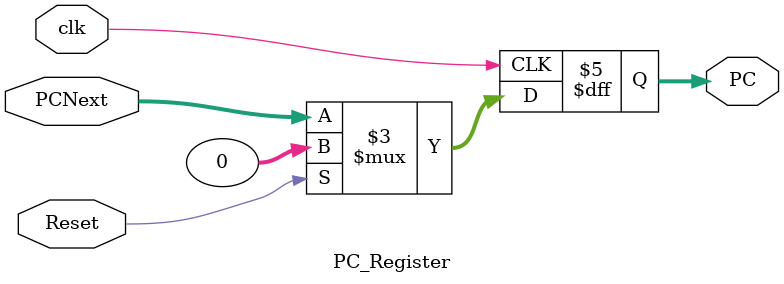
<source format=v>
`timescale 1ns / 1ps

module PC_Register(
input [31:0] PCNext,
output reg [31:0] PC,
input clk,
input Reset
    );

always @(posedge clk)
begin
    if(Reset)
        PC <= 32'b0;
        
    else
        PC <= PCNext;
end

endmodule

</source>
